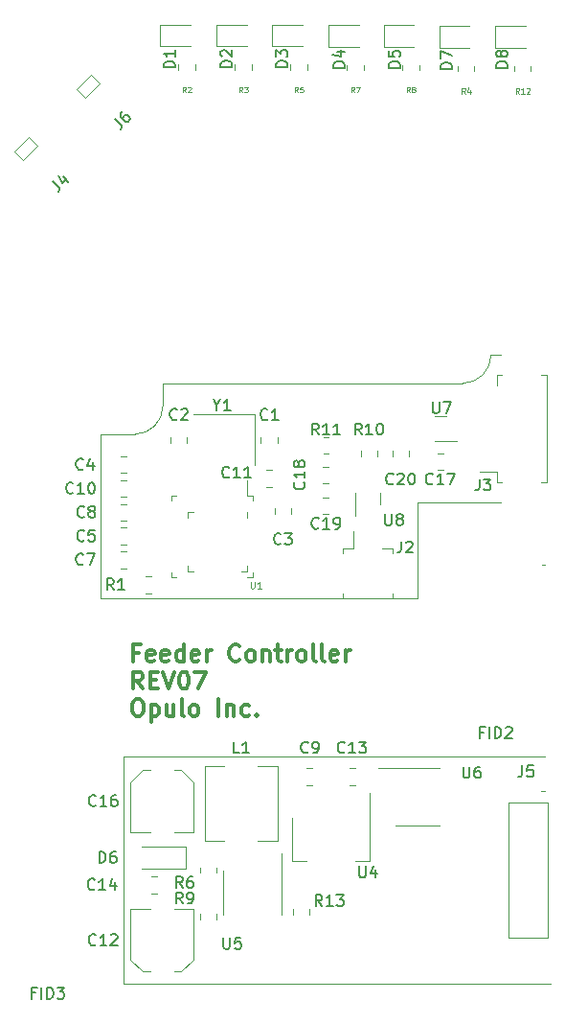
<source format=gbr>
G04 #@! TF.GenerationSoftware,KiCad,Pcbnew,(6.0.1-0)*
G04 #@! TF.CreationDate,2022-08-23T11:47:08-04:00*
G04 #@! TF.ProjectId,mobo,6d6f626f-2e6b-4696-9361-645f70636258,rev?*
G04 #@! TF.SameCoordinates,Original*
G04 #@! TF.FileFunction,Legend,Top*
G04 #@! TF.FilePolarity,Positive*
%FSLAX46Y46*%
G04 Gerber Fmt 4.6, Leading zero omitted, Abs format (unit mm)*
G04 Created by KiCad (PCBNEW (6.0.1-0)) date 2022-08-23 11:47:08*
%MOMM*%
%LPD*%
G01*
G04 APERTURE LIST*
%ADD10C,0.120000*%
%ADD11C,0.300000*%
%ADD12C,0.100000*%
%ADD13C,0.150000*%
G04 APERTURE END LIST*
D10*
X94300000Y-116000000D02*
X132100000Y-116000000D01*
X94300000Y-96000000D02*
X131600000Y-96000000D01*
X124300000Y-63000000D02*
G75*
G03*
X126800000Y-60500000I0J2500000D01*
G01*
X131200000Y-99000000D02*
X131600000Y-99000000D01*
X127700000Y-73500000D02*
X120300000Y-73500000D01*
X97800000Y-63000000D02*
X97800000Y-65000000D01*
X127700000Y-60500000D02*
X126800000Y-60500000D01*
X95300000Y-67500000D02*
G75*
G03*
X97800000Y-65000000I0J2500000D01*
G01*
X92300000Y-82000000D02*
X92300000Y-67500000D01*
X94300000Y-116000000D02*
X94300000Y-96000000D01*
X104300000Y-96000000D02*
X112300000Y-96000000D01*
X95300000Y-67500000D02*
X92300000Y-67500000D01*
X120300000Y-82000000D02*
X92300000Y-82000000D01*
X124300000Y-63000000D02*
X97800000Y-63000000D01*
X120300000Y-82000000D02*
X120300000Y-73500000D01*
X131300000Y-79000000D02*
X131600000Y-79000000D01*
D11*
X95652142Y-86777857D02*
X95152142Y-86777857D01*
X95152142Y-87563571D02*
X95152142Y-86063571D01*
X95866428Y-86063571D01*
X97009285Y-87492142D02*
X96866428Y-87563571D01*
X96580714Y-87563571D01*
X96437857Y-87492142D01*
X96366428Y-87349285D01*
X96366428Y-86777857D01*
X96437857Y-86635000D01*
X96580714Y-86563571D01*
X96866428Y-86563571D01*
X97009285Y-86635000D01*
X97080714Y-86777857D01*
X97080714Y-86920714D01*
X96366428Y-87063571D01*
X98295000Y-87492142D02*
X98152142Y-87563571D01*
X97866428Y-87563571D01*
X97723571Y-87492142D01*
X97652142Y-87349285D01*
X97652142Y-86777857D01*
X97723571Y-86635000D01*
X97866428Y-86563571D01*
X98152142Y-86563571D01*
X98295000Y-86635000D01*
X98366428Y-86777857D01*
X98366428Y-86920714D01*
X97652142Y-87063571D01*
X99652142Y-87563571D02*
X99652142Y-86063571D01*
X99652142Y-87492142D02*
X99509285Y-87563571D01*
X99223571Y-87563571D01*
X99080714Y-87492142D01*
X99009285Y-87420714D01*
X98937857Y-87277857D01*
X98937857Y-86849285D01*
X99009285Y-86706428D01*
X99080714Y-86635000D01*
X99223571Y-86563571D01*
X99509285Y-86563571D01*
X99652142Y-86635000D01*
X100937857Y-87492142D02*
X100795000Y-87563571D01*
X100509285Y-87563571D01*
X100366428Y-87492142D01*
X100295000Y-87349285D01*
X100295000Y-86777857D01*
X100366428Y-86635000D01*
X100509285Y-86563571D01*
X100795000Y-86563571D01*
X100937857Y-86635000D01*
X101009285Y-86777857D01*
X101009285Y-86920714D01*
X100295000Y-87063571D01*
X101652142Y-87563571D02*
X101652142Y-86563571D01*
X101652142Y-86849285D02*
X101723571Y-86706428D01*
X101795000Y-86635000D01*
X101937857Y-86563571D01*
X102080714Y-86563571D01*
X104580714Y-87420714D02*
X104509285Y-87492142D01*
X104295000Y-87563571D01*
X104152142Y-87563571D01*
X103937857Y-87492142D01*
X103795000Y-87349285D01*
X103723571Y-87206428D01*
X103652142Y-86920714D01*
X103652142Y-86706428D01*
X103723571Y-86420714D01*
X103795000Y-86277857D01*
X103937857Y-86135000D01*
X104152142Y-86063571D01*
X104295000Y-86063571D01*
X104509285Y-86135000D01*
X104580714Y-86206428D01*
X105437857Y-87563571D02*
X105295000Y-87492142D01*
X105223571Y-87420714D01*
X105152142Y-87277857D01*
X105152142Y-86849285D01*
X105223571Y-86706428D01*
X105295000Y-86635000D01*
X105437857Y-86563571D01*
X105652142Y-86563571D01*
X105795000Y-86635000D01*
X105866428Y-86706428D01*
X105937857Y-86849285D01*
X105937857Y-87277857D01*
X105866428Y-87420714D01*
X105795000Y-87492142D01*
X105652142Y-87563571D01*
X105437857Y-87563571D01*
X106580714Y-86563571D02*
X106580714Y-87563571D01*
X106580714Y-86706428D02*
X106652142Y-86635000D01*
X106795000Y-86563571D01*
X107009285Y-86563571D01*
X107152142Y-86635000D01*
X107223571Y-86777857D01*
X107223571Y-87563571D01*
X107723571Y-86563571D02*
X108295000Y-86563571D01*
X107937857Y-86063571D02*
X107937857Y-87349285D01*
X108009285Y-87492142D01*
X108152142Y-87563571D01*
X108295000Y-87563571D01*
X108795000Y-87563571D02*
X108795000Y-86563571D01*
X108795000Y-86849285D02*
X108866428Y-86706428D01*
X108937857Y-86635000D01*
X109080714Y-86563571D01*
X109223571Y-86563571D01*
X109937857Y-87563571D02*
X109795000Y-87492142D01*
X109723571Y-87420714D01*
X109652142Y-87277857D01*
X109652142Y-86849285D01*
X109723571Y-86706428D01*
X109795000Y-86635000D01*
X109937857Y-86563571D01*
X110152142Y-86563571D01*
X110295000Y-86635000D01*
X110366428Y-86706428D01*
X110437857Y-86849285D01*
X110437857Y-87277857D01*
X110366428Y-87420714D01*
X110295000Y-87492142D01*
X110152142Y-87563571D01*
X109937857Y-87563571D01*
X111295000Y-87563571D02*
X111152142Y-87492142D01*
X111080714Y-87349285D01*
X111080714Y-86063571D01*
X112080714Y-87563571D02*
X111937857Y-87492142D01*
X111866428Y-87349285D01*
X111866428Y-86063571D01*
X113223571Y-87492142D02*
X113080714Y-87563571D01*
X112795000Y-87563571D01*
X112652142Y-87492142D01*
X112580714Y-87349285D01*
X112580714Y-86777857D01*
X112652142Y-86635000D01*
X112795000Y-86563571D01*
X113080714Y-86563571D01*
X113223571Y-86635000D01*
X113295000Y-86777857D01*
X113295000Y-86920714D01*
X112580714Y-87063571D01*
X113937857Y-87563571D02*
X113937857Y-86563571D01*
X113937857Y-86849285D02*
X114009285Y-86706428D01*
X114080714Y-86635000D01*
X114223571Y-86563571D01*
X114366428Y-86563571D01*
X96009285Y-89978571D02*
X95509285Y-89264285D01*
X95152142Y-89978571D02*
X95152142Y-88478571D01*
X95723571Y-88478571D01*
X95866428Y-88550000D01*
X95937857Y-88621428D01*
X96009285Y-88764285D01*
X96009285Y-88978571D01*
X95937857Y-89121428D01*
X95866428Y-89192857D01*
X95723571Y-89264285D01*
X95152142Y-89264285D01*
X96652142Y-89192857D02*
X97152142Y-89192857D01*
X97366428Y-89978571D02*
X96652142Y-89978571D01*
X96652142Y-88478571D01*
X97366428Y-88478571D01*
X97795000Y-88478571D02*
X98295000Y-89978571D01*
X98795000Y-88478571D01*
X99580714Y-88478571D02*
X99723571Y-88478571D01*
X99866428Y-88550000D01*
X99937857Y-88621428D01*
X100009285Y-88764285D01*
X100080714Y-89050000D01*
X100080714Y-89407142D01*
X100009285Y-89692857D01*
X99937857Y-89835714D01*
X99866428Y-89907142D01*
X99723571Y-89978571D01*
X99580714Y-89978571D01*
X99437857Y-89907142D01*
X99366428Y-89835714D01*
X99295000Y-89692857D01*
X99223571Y-89407142D01*
X99223571Y-89050000D01*
X99295000Y-88764285D01*
X99366428Y-88621428D01*
X99437857Y-88550000D01*
X99580714Y-88478571D01*
X100580714Y-88478571D02*
X101580714Y-88478571D01*
X100937857Y-89978571D01*
X95437857Y-90893571D02*
X95723571Y-90893571D01*
X95866428Y-90965000D01*
X96009285Y-91107857D01*
X96080714Y-91393571D01*
X96080714Y-91893571D01*
X96009285Y-92179285D01*
X95866428Y-92322142D01*
X95723571Y-92393571D01*
X95437857Y-92393571D01*
X95295000Y-92322142D01*
X95152142Y-92179285D01*
X95080714Y-91893571D01*
X95080714Y-91393571D01*
X95152142Y-91107857D01*
X95295000Y-90965000D01*
X95437857Y-90893571D01*
X96723571Y-91393571D02*
X96723571Y-92893571D01*
X96723571Y-91465000D02*
X96866428Y-91393571D01*
X97152142Y-91393571D01*
X97295000Y-91465000D01*
X97366428Y-91536428D01*
X97437857Y-91679285D01*
X97437857Y-92107857D01*
X97366428Y-92250714D01*
X97295000Y-92322142D01*
X97152142Y-92393571D01*
X96866428Y-92393571D01*
X96723571Y-92322142D01*
X98723571Y-91393571D02*
X98723571Y-92393571D01*
X98080714Y-91393571D02*
X98080714Y-92179285D01*
X98152142Y-92322142D01*
X98295000Y-92393571D01*
X98509285Y-92393571D01*
X98652142Y-92322142D01*
X98723571Y-92250714D01*
X99652142Y-92393571D02*
X99509285Y-92322142D01*
X99437857Y-92179285D01*
X99437857Y-90893571D01*
X100437857Y-92393571D02*
X100295000Y-92322142D01*
X100223571Y-92250714D01*
X100152142Y-92107857D01*
X100152142Y-91679285D01*
X100223571Y-91536428D01*
X100295000Y-91465000D01*
X100437857Y-91393571D01*
X100652142Y-91393571D01*
X100795000Y-91465000D01*
X100866428Y-91536428D01*
X100937857Y-91679285D01*
X100937857Y-92107857D01*
X100866428Y-92250714D01*
X100795000Y-92322142D01*
X100652142Y-92393571D01*
X100437857Y-92393571D01*
X102723571Y-92393571D02*
X102723571Y-90893571D01*
X103437857Y-91393571D02*
X103437857Y-92393571D01*
X103437857Y-91536428D02*
X103509285Y-91465000D01*
X103652142Y-91393571D01*
X103866428Y-91393571D01*
X104009285Y-91465000D01*
X104080714Y-91607857D01*
X104080714Y-92393571D01*
X105437857Y-92322142D02*
X105295000Y-92393571D01*
X105009285Y-92393571D01*
X104866428Y-92322142D01*
X104795000Y-92250714D01*
X104723571Y-92107857D01*
X104723571Y-91679285D01*
X104795000Y-91536428D01*
X104866428Y-91465000D01*
X105009285Y-91393571D01*
X105295000Y-91393571D01*
X105437857Y-91465000D01*
X106080714Y-92250714D02*
X106152142Y-92322142D01*
X106080714Y-92393571D01*
X106009285Y-92322142D01*
X106080714Y-92250714D01*
X106080714Y-92393571D01*
D12*
X119616666Y-37326190D02*
X119450000Y-37088095D01*
X119330952Y-37326190D02*
X119330952Y-36826190D01*
X119521428Y-36826190D01*
X119569047Y-36850000D01*
X119592857Y-36873809D01*
X119616666Y-36921428D01*
X119616666Y-36992857D01*
X119592857Y-37040476D01*
X119569047Y-37064285D01*
X119521428Y-37088095D01*
X119330952Y-37088095D01*
X119902380Y-37040476D02*
X119854761Y-37016666D01*
X119830952Y-36992857D01*
X119807142Y-36945238D01*
X119807142Y-36921428D01*
X119830952Y-36873809D01*
X119854761Y-36850000D01*
X119902380Y-36826190D01*
X119997619Y-36826190D01*
X120045238Y-36850000D01*
X120069047Y-36873809D01*
X120092857Y-36921428D01*
X120092857Y-36945238D01*
X120069047Y-36992857D01*
X120045238Y-37016666D01*
X119997619Y-37040476D01*
X119902380Y-37040476D01*
X119854761Y-37064285D01*
X119830952Y-37088095D01*
X119807142Y-37135714D01*
X119807142Y-37230952D01*
X119830952Y-37278571D01*
X119854761Y-37302380D01*
X119902380Y-37326190D01*
X119997619Y-37326190D01*
X120045238Y-37302380D01*
X120069047Y-37278571D01*
X120092857Y-37230952D01*
X120092857Y-37135714D01*
X120069047Y-37088095D01*
X120045238Y-37064285D01*
X119997619Y-37040476D01*
D13*
X99533333Y-108952380D02*
X99200000Y-108476190D01*
X98961904Y-108952380D02*
X98961904Y-107952380D01*
X99342857Y-107952380D01*
X99438095Y-108000000D01*
X99485714Y-108047619D01*
X99533333Y-108142857D01*
X99533333Y-108285714D01*
X99485714Y-108380952D01*
X99438095Y-108428571D01*
X99342857Y-108476190D01*
X98961904Y-108476190D01*
X100009523Y-108952380D02*
X100200000Y-108952380D01*
X100295238Y-108904761D01*
X100342857Y-108857142D01*
X100438095Y-108714285D01*
X100485714Y-108523809D01*
X100485714Y-108142857D01*
X100438095Y-108047619D01*
X100390476Y-108000000D01*
X100295238Y-107952380D01*
X100104761Y-107952380D01*
X100009523Y-108000000D01*
X99961904Y-108047619D01*
X99914285Y-108142857D01*
X99914285Y-108380952D01*
X99961904Y-108476190D01*
X100009523Y-108523809D01*
X100104761Y-108571428D01*
X100295238Y-108571428D01*
X100390476Y-108523809D01*
X100438095Y-108476190D01*
X100485714Y-108380952D01*
X110633333Y-95557142D02*
X110585714Y-95604761D01*
X110442857Y-95652380D01*
X110347619Y-95652380D01*
X110204761Y-95604761D01*
X110109523Y-95509523D01*
X110061904Y-95414285D01*
X110014285Y-95223809D01*
X110014285Y-95080952D01*
X110061904Y-94890476D01*
X110109523Y-94795238D01*
X110204761Y-94700000D01*
X110347619Y-94652380D01*
X110442857Y-94652380D01*
X110585714Y-94700000D01*
X110633333Y-94747619D01*
X111109523Y-95652380D02*
X111300000Y-95652380D01*
X111395238Y-95604761D01*
X111442857Y-95557142D01*
X111538095Y-95414285D01*
X111585714Y-95223809D01*
X111585714Y-94842857D01*
X111538095Y-94747619D01*
X111490476Y-94700000D01*
X111395238Y-94652380D01*
X111204761Y-94652380D01*
X111109523Y-94700000D01*
X111061904Y-94747619D01*
X111014285Y-94842857D01*
X111014285Y-95080952D01*
X111061904Y-95176190D01*
X111109523Y-95223809D01*
X111204761Y-95271428D01*
X111395238Y-95271428D01*
X111490476Y-95223809D01*
X111538095Y-95176190D01*
X111585714Y-95080952D01*
X90733333Y-70557142D02*
X90685714Y-70604761D01*
X90542857Y-70652380D01*
X90447619Y-70652380D01*
X90304761Y-70604761D01*
X90209523Y-70509523D01*
X90161904Y-70414285D01*
X90114285Y-70223809D01*
X90114285Y-70080952D01*
X90161904Y-69890476D01*
X90209523Y-69795238D01*
X90304761Y-69700000D01*
X90447619Y-69652380D01*
X90542857Y-69652380D01*
X90685714Y-69700000D01*
X90733333Y-69747619D01*
X91590476Y-69985714D02*
X91590476Y-70652380D01*
X91352380Y-69604761D02*
X91114285Y-70319047D01*
X91733333Y-70319047D01*
X121638095Y-64652380D02*
X121638095Y-65461904D01*
X121685714Y-65557142D01*
X121733333Y-65604761D01*
X121828571Y-65652380D01*
X122019047Y-65652380D01*
X122114285Y-65604761D01*
X122161904Y-65557142D01*
X122209523Y-65461904D01*
X122209523Y-64652380D01*
X122590476Y-64652380D02*
X123257142Y-64652380D01*
X122828571Y-65652380D01*
X115357142Y-67552380D02*
X115023809Y-67076190D01*
X114785714Y-67552380D02*
X114785714Y-66552380D01*
X115166666Y-66552380D01*
X115261904Y-66600000D01*
X115309523Y-66647619D01*
X115357142Y-66742857D01*
X115357142Y-66885714D01*
X115309523Y-66980952D01*
X115261904Y-67028571D01*
X115166666Y-67076190D01*
X114785714Y-67076190D01*
X116309523Y-67552380D02*
X115738095Y-67552380D01*
X116023809Y-67552380D02*
X116023809Y-66552380D01*
X115928571Y-66695238D01*
X115833333Y-66790476D01*
X115738095Y-66838095D01*
X116928571Y-66552380D02*
X117023809Y-66552380D01*
X117119047Y-66600000D01*
X117166666Y-66647619D01*
X117214285Y-66742857D01*
X117261904Y-66933333D01*
X117261904Y-67171428D01*
X117214285Y-67361904D01*
X117166666Y-67457142D01*
X117119047Y-67504761D01*
X117023809Y-67552380D01*
X116928571Y-67552380D01*
X116833333Y-67504761D01*
X116785714Y-67457142D01*
X116738095Y-67361904D01*
X116690476Y-67171428D01*
X116690476Y-66933333D01*
X116738095Y-66742857D01*
X116785714Y-66647619D01*
X116833333Y-66600000D01*
X116928571Y-66552380D01*
D12*
X105538692Y-80509168D02*
X105538692Y-80994882D01*
X105567263Y-81052025D01*
X105595835Y-81080597D01*
X105652977Y-81109168D01*
X105767263Y-81109168D01*
X105824406Y-81080597D01*
X105852977Y-81052025D01*
X105881549Y-80994882D01*
X105881549Y-80509168D01*
X106481549Y-81109168D02*
X106138692Y-81109168D01*
X106310120Y-81109168D02*
X106310120Y-80509168D01*
X106252977Y-80594882D01*
X106195835Y-80652025D01*
X106138692Y-80680597D01*
X104816666Y-37326190D02*
X104650000Y-37088095D01*
X104530952Y-37326190D02*
X104530952Y-36826190D01*
X104721428Y-36826190D01*
X104769047Y-36850000D01*
X104792857Y-36873809D01*
X104816666Y-36921428D01*
X104816666Y-36992857D01*
X104792857Y-37040476D01*
X104769047Y-37064285D01*
X104721428Y-37088095D01*
X104530952Y-37088095D01*
X104983333Y-36826190D02*
X105292857Y-36826190D01*
X105126190Y-37016666D01*
X105197619Y-37016666D01*
X105245238Y-37040476D01*
X105269047Y-37064285D01*
X105292857Y-37111904D01*
X105292857Y-37230952D01*
X105269047Y-37278571D01*
X105245238Y-37302380D01*
X105197619Y-37326190D01*
X105054761Y-37326190D01*
X105007142Y-37302380D01*
X104983333Y-37278571D01*
D13*
X108802380Y-35088095D02*
X107802380Y-35088095D01*
X107802380Y-34850000D01*
X107850000Y-34707142D01*
X107945238Y-34611904D01*
X108040476Y-34564285D01*
X108230952Y-34516666D01*
X108373809Y-34516666D01*
X108564285Y-34564285D01*
X108659523Y-34611904D01*
X108754761Y-34707142D01*
X108802380Y-34850000D01*
X108802380Y-35088095D01*
X107802380Y-34183333D02*
X107802380Y-33564285D01*
X108183333Y-33897619D01*
X108183333Y-33754761D01*
X108230952Y-33659523D01*
X108278571Y-33611904D01*
X108373809Y-33564285D01*
X108611904Y-33564285D01*
X108707142Y-33611904D01*
X108754761Y-33659523D01*
X108802380Y-33754761D01*
X108802380Y-34040476D01*
X108754761Y-34135714D01*
X108707142Y-34183333D01*
D12*
X99816666Y-37326190D02*
X99650000Y-37088095D01*
X99530952Y-37326190D02*
X99530952Y-36826190D01*
X99721428Y-36826190D01*
X99769047Y-36850000D01*
X99792857Y-36873809D01*
X99816666Y-36921428D01*
X99816666Y-36992857D01*
X99792857Y-37040476D01*
X99769047Y-37064285D01*
X99721428Y-37088095D01*
X99530952Y-37088095D01*
X100007142Y-36873809D02*
X100030952Y-36850000D01*
X100078571Y-36826190D01*
X100197619Y-36826190D01*
X100245238Y-36850000D01*
X100269047Y-36873809D01*
X100292857Y-36921428D01*
X100292857Y-36969047D01*
X100269047Y-37040476D01*
X99983333Y-37326190D01*
X100292857Y-37326190D01*
D13*
X115138095Y-105652380D02*
X115138095Y-106461904D01*
X115185714Y-106557142D01*
X115233333Y-106604761D01*
X115328571Y-106652380D01*
X115519047Y-106652380D01*
X115614285Y-106604761D01*
X115661904Y-106557142D01*
X115709523Y-106461904D01*
X115709523Y-105652380D01*
X116614285Y-105985714D02*
X116614285Y-106652380D01*
X116376190Y-105604761D02*
X116138095Y-106319047D01*
X116757142Y-106319047D01*
X102561549Y-64938095D02*
X102561549Y-65414285D01*
X102228216Y-64414285D02*
X102561549Y-64938095D01*
X102894882Y-64414285D01*
X103752025Y-65414285D02*
X103180597Y-65414285D01*
X103466311Y-65414285D02*
X103466311Y-64414285D01*
X103371073Y-64557143D01*
X103275835Y-64652381D01*
X103180597Y-64700000D01*
X90733333Y-78957142D02*
X90685714Y-79004761D01*
X90542857Y-79052380D01*
X90447619Y-79052380D01*
X90304761Y-79004761D01*
X90209523Y-78909523D01*
X90161904Y-78814285D01*
X90114285Y-78623809D01*
X90114285Y-78480952D01*
X90161904Y-78290476D01*
X90209523Y-78195238D01*
X90304761Y-78100000D01*
X90447619Y-78052380D01*
X90542857Y-78052380D01*
X90685714Y-78100000D01*
X90733333Y-78147619D01*
X91066666Y-78052380D02*
X91733333Y-78052380D01*
X91304761Y-79052380D01*
X99533333Y-107552380D02*
X99200000Y-107076190D01*
X98961904Y-107552380D02*
X98961904Y-106552380D01*
X99342857Y-106552380D01*
X99438095Y-106600000D01*
X99485714Y-106647619D01*
X99533333Y-106742857D01*
X99533333Y-106885714D01*
X99485714Y-106980952D01*
X99438095Y-107028571D01*
X99342857Y-107076190D01*
X98961904Y-107076190D01*
X100390476Y-106552380D02*
X100200000Y-106552380D01*
X100104761Y-106600000D01*
X100057142Y-106647619D01*
X99961904Y-106790476D01*
X99914285Y-106980952D01*
X99914285Y-107361904D01*
X99961904Y-107457142D01*
X100009523Y-107504761D01*
X100104761Y-107552380D01*
X100295238Y-107552380D01*
X100390476Y-107504761D01*
X100438095Y-107457142D01*
X100485714Y-107361904D01*
X100485714Y-107123809D01*
X100438095Y-107028571D01*
X100390476Y-106980952D01*
X100295238Y-106933333D01*
X100104761Y-106933333D01*
X100009523Y-106980952D01*
X99961904Y-107028571D01*
X99914285Y-107123809D01*
D12*
X114716666Y-37326190D02*
X114550000Y-37088095D01*
X114430952Y-37326190D02*
X114430952Y-36826190D01*
X114621428Y-36826190D01*
X114669047Y-36850000D01*
X114692857Y-36873809D01*
X114716666Y-36921428D01*
X114716666Y-36992857D01*
X114692857Y-37040476D01*
X114669047Y-37064285D01*
X114621428Y-37088095D01*
X114430952Y-37088095D01*
X114883333Y-36826190D02*
X115216666Y-36826190D01*
X115002380Y-37326190D01*
X129278571Y-37426190D02*
X129111904Y-37188095D01*
X128992857Y-37426190D02*
X128992857Y-36926190D01*
X129183333Y-36926190D01*
X129230952Y-36950000D01*
X129254761Y-36973809D01*
X129278571Y-37021428D01*
X129278571Y-37092857D01*
X129254761Y-37140476D01*
X129230952Y-37164285D01*
X129183333Y-37188095D01*
X128992857Y-37188095D01*
X129754761Y-37426190D02*
X129469047Y-37426190D01*
X129611904Y-37426190D02*
X129611904Y-36926190D01*
X129564285Y-36997619D01*
X129516666Y-37045238D01*
X129469047Y-37069047D01*
X129945238Y-36973809D02*
X129969047Y-36950000D01*
X130016666Y-36926190D01*
X130135714Y-36926190D01*
X130183333Y-36950000D01*
X130207142Y-36973809D01*
X130230952Y-37021428D01*
X130230952Y-37069047D01*
X130207142Y-37140476D01*
X129921428Y-37426190D01*
X130230952Y-37426190D01*
D13*
X91857142Y-112557142D02*
X91809523Y-112604761D01*
X91666666Y-112652380D01*
X91571428Y-112652380D01*
X91428571Y-112604761D01*
X91333333Y-112509523D01*
X91285714Y-112414285D01*
X91238095Y-112223809D01*
X91238095Y-112080952D01*
X91285714Y-111890476D01*
X91333333Y-111795238D01*
X91428571Y-111700000D01*
X91571428Y-111652380D01*
X91666666Y-111652380D01*
X91809523Y-111700000D01*
X91857142Y-111747619D01*
X92809523Y-112652380D02*
X92238095Y-112652380D01*
X92523809Y-112652380D02*
X92523809Y-111652380D01*
X92428571Y-111795238D01*
X92333333Y-111890476D01*
X92238095Y-111938095D01*
X93190476Y-111747619D02*
X93238095Y-111700000D01*
X93333333Y-111652380D01*
X93571428Y-111652380D01*
X93666666Y-111700000D01*
X93714285Y-111747619D01*
X93761904Y-111842857D01*
X93761904Y-111938095D01*
X93714285Y-112080952D01*
X93142857Y-112652380D01*
X93761904Y-112652380D01*
X91857142Y-100257142D02*
X91809523Y-100304761D01*
X91666666Y-100352380D01*
X91571428Y-100352380D01*
X91428571Y-100304761D01*
X91333333Y-100209523D01*
X91285714Y-100114285D01*
X91238095Y-99923809D01*
X91238095Y-99780952D01*
X91285714Y-99590476D01*
X91333333Y-99495238D01*
X91428571Y-99400000D01*
X91571428Y-99352380D01*
X91666666Y-99352380D01*
X91809523Y-99400000D01*
X91857142Y-99447619D01*
X92809523Y-100352380D02*
X92238095Y-100352380D01*
X92523809Y-100352380D02*
X92523809Y-99352380D01*
X92428571Y-99495238D01*
X92333333Y-99590476D01*
X92238095Y-99638095D01*
X93666666Y-99352380D02*
X93476190Y-99352380D01*
X93380952Y-99400000D01*
X93333333Y-99447619D01*
X93238095Y-99590476D01*
X93190476Y-99780952D01*
X93190476Y-100161904D01*
X93238095Y-100257142D01*
X93285714Y-100304761D01*
X93380952Y-100352380D01*
X93571428Y-100352380D01*
X93666666Y-100304761D01*
X93714285Y-100257142D01*
X93761904Y-100161904D01*
X93761904Y-99923809D01*
X93714285Y-99828571D01*
X93666666Y-99780952D01*
X93571428Y-99733333D01*
X93380952Y-99733333D01*
X93285714Y-99780952D01*
X93238095Y-99828571D01*
X93190476Y-99923809D01*
X111557142Y-75757142D02*
X111509523Y-75804761D01*
X111366666Y-75852380D01*
X111271428Y-75852380D01*
X111128571Y-75804761D01*
X111033333Y-75709523D01*
X110985714Y-75614285D01*
X110938095Y-75423809D01*
X110938095Y-75280952D01*
X110985714Y-75090476D01*
X111033333Y-74995238D01*
X111128571Y-74900000D01*
X111271428Y-74852380D01*
X111366666Y-74852380D01*
X111509523Y-74900000D01*
X111557142Y-74947619D01*
X112509523Y-75852380D02*
X111938095Y-75852380D01*
X112223809Y-75852380D02*
X112223809Y-74852380D01*
X112128571Y-74995238D01*
X112033333Y-75090476D01*
X111938095Y-75138095D01*
X112985714Y-75852380D02*
X113176190Y-75852380D01*
X113271428Y-75804761D01*
X113319047Y-75757142D01*
X113414285Y-75614285D01*
X113461904Y-75423809D01*
X113461904Y-75042857D01*
X113414285Y-74947619D01*
X113366666Y-74900000D01*
X113271428Y-74852380D01*
X113080952Y-74852380D01*
X112985714Y-74900000D01*
X112938095Y-74947619D01*
X112890476Y-75042857D01*
X112890476Y-75280952D01*
X112938095Y-75376190D01*
X112985714Y-75423809D01*
X113080952Y-75471428D01*
X113271428Y-75471428D01*
X113366666Y-75423809D01*
X113414285Y-75376190D01*
X113461904Y-75280952D01*
X126128571Y-93828571D02*
X125795238Y-93828571D01*
X125795238Y-94352380D02*
X125795238Y-93352380D01*
X126271428Y-93352380D01*
X126652380Y-94352380D02*
X126652380Y-93352380D01*
X127128571Y-94352380D02*
X127128571Y-93352380D01*
X127366666Y-93352380D01*
X127509523Y-93400000D01*
X127604761Y-93495238D01*
X127652380Y-93590476D01*
X127700000Y-93780952D01*
X127700000Y-93923809D01*
X127652380Y-94114285D01*
X127604761Y-94209523D01*
X127509523Y-94304761D01*
X127366666Y-94352380D01*
X127128571Y-94352380D01*
X128080952Y-93447619D02*
X128128571Y-93400000D01*
X128223809Y-93352380D01*
X128461904Y-93352380D01*
X128557142Y-93400000D01*
X128604761Y-93447619D01*
X128652380Y-93542857D01*
X128652380Y-93638095D01*
X128604761Y-93780952D01*
X128033333Y-94352380D01*
X128652380Y-94352380D01*
D12*
X124516666Y-37426190D02*
X124350000Y-37188095D01*
X124230952Y-37426190D02*
X124230952Y-36926190D01*
X124421428Y-36926190D01*
X124469047Y-36950000D01*
X124492857Y-36973809D01*
X124516666Y-37021428D01*
X124516666Y-37092857D01*
X124492857Y-37140476D01*
X124469047Y-37164285D01*
X124421428Y-37188095D01*
X124230952Y-37188095D01*
X124945238Y-37092857D02*
X124945238Y-37426190D01*
X124826190Y-36902380D02*
X124707142Y-37259523D01*
X125016666Y-37259523D01*
D13*
X108233333Y-77157142D02*
X108185714Y-77204761D01*
X108042857Y-77252380D01*
X107947619Y-77252380D01*
X107804761Y-77204761D01*
X107709523Y-77109523D01*
X107661904Y-77014285D01*
X107614285Y-76823809D01*
X107614285Y-76680952D01*
X107661904Y-76490476D01*
X107709523Y-76395238D01*
X107804761Y-76300000D01*
X107947619Y-76252380D01*
X108042857Y-76252380D01*
X108185714Y-76300000D01*
X108233333Y-76347619D01*
X108566666Y-76252380D02*
X109185714Y-76252380D01*
X108852380Y-76633333D01*
X108995238Y-76633333D01*
X109090476Y-76680952D01*
X109138095Y-76728571D01*
X109185714Y-76823809D01*
X109185714Y-77061904D01*
X109138095Y-77157142D01*
X109090476Y-77204761D01*
X108995238Y-77252380D01*
X108709523Y-77252380D01*
X108614285Y-77204761D01*
X108566666Y-77157142D01*
X93577072Y-39648477D02*
X94082148Y-40153553D01*
X94149492Y-40288240D01*
X94149492Y-40422927D01*
X94082148Y-40557614D01*
X94014805Y-40624957D01*
X94216835Y-39008713D02*
X94082148Y-39143400D01*
X94048477Y-39244416D01*
X94048477Y-39311759D01*
X94082148Y-39480118D01*
X94183164Y-39648477D01*
X94452538Y-39917851D01*
X94553553Y-39951522D01*
X94620896Y-39951522D01*
X94721912Y-39917851D01*
X94856599Y-39783164D01*
X94890270Y-39682148D01*
X94890270Y-39614805D01*
X94856599Y-39513790D01*
X94688240Y-39345431D01*
X94587225Y-39311759D01*
X94519881Y-39311759D01*
X94418866Y-39345431D01*
X94284179Y-39480118D01*
X94250507Y-39581133D01*
X94250507Y-39648477D01*
X94284179Y-39749492D01*
X91757142Y-107657142D02*
X91709523Y-107704761D01*
X91566666Y-107752380D01*
X91471428Y-107752380D01*
X91328571Y-107704761D01*
X91233333Y-107609523D01*
X91185714Y-107514285D01*
X91138095Y-107323809D01*
X91138095Y-107180952D01*
X91185714Y-106990476D01*
X91233333Y-106895238D01*
X91328571Y-106800000D01*
X91471428Y-106752380D01*
X91566666Y-106752380D01*
X91709523Y-106800000D01*
X91757142Y-106847619D01*
X92709523Y-107752380D02*
X92138095Y-107752380D01*
X92423809Y-107752380D02*
X92423809Y-106752380D01*
X92328571Y-106895238D01*
X92233333Y-106990476D01*
X92138095Y-107038095D01*
X93566666Y-107085714D02*
X93566666Y-107752380D01*
X93328571Y-106704761D02*
X93090476Y-107419047D01*
X93709523Y-107419047D01*
X117438095Y-74552380D02*
X117438095Y-75361904D01*
X117485714Y-75457142D01*
X117533333Y-75504761D01*
X117628571Y-75552380D01*
X117819047Y-75552380D01*
X117914285Y-75504761D01*
X117961904Y-75457142D01*
X118009523Y-75361904D01*
X118009523Y-74552380D01*
X118628571Y-74980952D02*
X118533333Y-74933333D01*
X118485714Y-74885714D01*
X118438095Y-74790476D01*
X118438095Y-74742857D01*
X118485714Y-74647619D01*
X118533333Y-74600000D01*
X118628571Y-74552380D01*
X118819047Y-74552380D01*
X118914285Y-74600000D01*
X118961904Y-74647619D01*
X119009523Y-74742857D01*
X119009523Y-74790476D01*
X118961904Y-74885714D01*
X118914285Y-74933333D01*
X118819047Y-74980952D01*
X118628571Y-74980952D01*
X118533333Y-75028571D01*
X118485714Y-75076190D01*
X118438095Y-75171428D01*
X118438095Y-75361904D01*
X118485714Y-75457142D01*
X118533333Y-75504761D01*
X118628571Y-75552380D01*
X118819047Y-75552380D01*
X118914285Y-75504761D01*
X118961904Y-75457142D01*
X119009523Y-75361904D01*
X119009523Y-75171428D01*
X118961904Y-75076190D01*
X118914285Y-75028571D01*
X118819047Y-74980952D01*
X125766666Y-71452380D02*
X125766666Y-72166666D01*
X125719047Y-72309523D01*
X125623809Y-72404761D01*
X125480952Y-72452380D01*
X125385714Y-72452380D01*
X126147619Y-71452380D02*
X126766666Y-71452380D01*
X126433333Y-71833333D01*
X126576190Y-71833333D01*
X126671428Y-71880952D01*
X126719047Y-71928571D01*
X126766666Y-72023809D01*
X126766666Y-72261904D01*
X126719047Y-72357142D01*
X126671428Y-72404761D01*
X126576190Y-72452380D01*
X126290476Y-72452380D01*
X126195238Y-72404761D01*
X126147619Y-72357142D01*
X113857142Y-95557142D02*
X113809523Y-95604761D01*
X113666666Y-95652380D01*
X113571428Y-95652380D01*
X113428571Y-95604761D01*
X113333333Y-95509523D01*
X113285714Y-95414285D01*
X113238095Y-95223809D01*
X113238095Y-95080952D01*
X113285714Y-94890476D01*
X113333333Y-94795238D01*
X113428571Y-94700000D01*
X113571428Y-94652380D01*
X113666666Y-94652380D01*
X113809523Y-94700000D01*
X113857142Y-94747619D01*
X114809523Y-95652380D02*
X114238095Y-95652380D01*
X114523809Y-95652380D02*
X114523809Y-94652380D01*
X114428571Y-94795238D01*
X114333333Y-94890476D01*
X114238095Y-94938095D01*
X115142857Y-94652380D02*
X115761904Y-94652380D01*
X115428571Y-95033333D01*
X115571428Y-95033333D01*
X115666666Y-95080952D01*
X115714285Y-95128571D01*
X115761904Y-95223809D01*
X115761904Y-95461904D01*
X115714285Y-95557142D01*
X115666666Y-95604761D01*
X115571428Y-95652380D01*
X115285714Y-95652380D01*
X115190476Y-95604761D01*
X115142857Y-95557142D01*
X90833333Y-76857142D02*
X90785714Y-76904761D01*
X90642857Y-76952380D01*
X90547619Y-76952380D01*
X90404761Y-76904761D01*
X90309523Y-76809523D01*
X90261904Y-76714285D01*
X90214285Y-76523809D01*
X90214285Y-76380952D01*
X90261904Y-76190476D01*
X90309523Y-76095238D01*
X90404761Y-76000000D01*
X90547619Y-75952380D01*
X90642857Y-75952380D01*
X90785714Y-76000000D01*
X90833333Y-76047619D01*
X91738095Y-75952380D02*
X91261904Y-75952380D01*
X91214285Y-76428571D01*
X91261904Y-76380952D01*
X91357142Y-76333333D01*
X91595238Y-76333333D01*
X91690476Y-76380952D01*
X91738095Y-76428571D01*
X91785714Y-76523809D01*
X91785714Y-76761904D01*
X91738095Y-76857142D01*
X91690476Y-76904761D01*
X91595238Y-76952380D01*
X91357142Y-76952380D01*
X91261904Y-76904761D01*
X91214285Y-76857142D01*
X111557142Y-67552380D02*
X111223809Y-67076190D01*
X110985714Y-67552380D02*
X110985714Y-66552380D01*
X111366666Y-66552380D01*
X111461904Y-66600000D01*
X111509523Y-66647619D01*
X111557142Y-66742857D01*
X111557142Y-66885714D01*
X111509523Y-66980952D01*
X111461904Y-67028571D01*
X111366666Y-67076190D01*
X110985714Y-67076190D01*
X112509523Y-67552380D02*
X111938095Y-67552380D01*
X112223809Y-67552380D02*
X112223809Y-66552380D01*
X112128571Y-66695238D01*
X112033333Y-66790476D01*
X111938095Y-66838095D01*
X113461904Y-67552380D02*
X112890476Y-67552380D01*
X113176190Y-67552380D02*
X113176190Y-66552380D01*
X113080952Y-66695238D01*
X112985714Y-66790476D01*
X112890476Y-66838095D01*
X123352380Y-35238095D02*
X122352380Y-35238095D01*
X122352380Y-35000000D01*
X122400000Y-34857142D01*
X122495238Y-34761904D01*
X122590476Y-34714285D01*
X122780952Y-34666666D01*
X122923809Y-34666666D01*
X123114285Y-34714285D01*
X123209523Y-34761904D01*
X123304761Y-34857142D01*
X123352380Y-35000000D01*
X123352380Y-35238095D01*
X122352380Y-34333333D02*
X122352380Y-33666666D01*
X123352380Y-34095238D01*
X110257142Y-71742857D02*
X110304761Y-71790476D01*
X110352380Y-71933333D01*
X110352380Y-72028571D01*
X110304761Y-72171428D01*
X110209523Y-72266666D01*
X110114285Y-72314285D01*
X109923809Y-72361904D01*
X109780952Y-72361904D01*
X109590476Y-72314285D01*
X109495238Y-72266666D01*
X109400000Y-72171428D01*
X109352380Y-72028571D01*
X109352380Y-71933333D01*
X109400000Y-71790476D01*
X109447619Y-71742857D01*
X110352380Y-70790476D02*
X110352380Y-71361904D01*
X110352380Y-71076190D02*
X109352380Y-71076190D01*
X109495238Y-71171428D01*
X109590476Y-71266666D01*
X109638095Y-71361904D01*
X109780952Y-70219047D02*
X109733333Y-70314285D01*
X109685714Y-70361904D01*
X109590476Y-70409523D01*
X109542857Y-70409523D01*
X109447619Y-70361904D01*
X109400000Y-70314285D01*
X109352380Y-70219047D01*
X109352380Y-70028571D01*
X109400000Y-69933333D01*
X109447619Y-69885714D01*
X109542857Y-69838095D01*
X109590476Y-69838095D01*
X109685714Y-69885714D01*
X109733333Y-69933333D01*
X109780952Y-70028571D01*
X109780952Y-70219047D01*
X109828571Y-70314285D01*
X109876190Y-70361904D01*
X109971428Y-70409523D01*
X110161904Y-70409523D01*
X110257142Y-70361904D01*
X110304761Y-70314285D01*
X110352380Y-70219047D01*
X110352380Y-70028571D01*
X110304761Y-69933333D01*
X110257142Y-69885714D01*
X110161904Y-69838095D01*
X109971428Y-69838095D01*
X109876190Y-69885714D01*
X109828571Y-69933333D01*
X109780952Y-70028571D01*
X103902380Y-35088095D02*
X102902380Y-35088095D01*
X102902380Y-34850000D01*
X102950000Y-34707142D01*
X103045238Y-34611904D01*
X103140476Y-34564285D01*
X103330952Y-34516666D01*
X103473809Y-34516666D01*
X103664285Y-34564285D01*
X103759523Y-34611904D01*
X103854761Y-34707142D01*
X103902380Y-34850000D01*
X103902380Y-35088095D01*
X102997619Y-34135714D02*
X102950000Y-34088095D01*
X102902380Y-33992857D01*
X102902380Y-33754761D01*
X102950000Y-33659523D01*
X102997619Y-33611904D01*
X103092857Y-33564285D01*
X103188095Y-33564285D01*
X103330952Y-33611904D01*
X103902380Y-34183333D01*
X103902380Y-33564285D01*
X118866666Y-76952380D02*
X118866666Y-77666666D01*
X118819047Y-77809523D01*
X118723809Y-77904761D01*
X118580952Y-77952380D01*
X118485714Y-77952380D01*
X119295238Y-77047619D02*
X119342857Y-77000000D01*
X119438095Y-76952380D01*
X119676190Y-76952380D01*
X119771428Y-77000000D01*
X119819047Y-77047619D01*
X119866666Y-77142857D01*
X119866666Y-77238095D01*
X119819047Y-77380952D01*
X119247619Y-77952380D01*
X119866666Y-77952380D01*
X124338095Y-96852380D02*
X124338095Y-97661904D01*
X124385714Y-97757142D01*
X124433333Y-97804761D01*
X124528571Y-97852380D01*
X124719047Y-97852380D01*
X124814285Y-97804761D01*
X124861904Y-97757142D01*
X124909523Y-97661904D01*
X124909523Y-96852380D01*
X125814285Y-96852380D02*
X125623809Y-96852380D01*
X125528571Y-96900000D01*
X125480952Y-96947619D01*
X125385714Y-97090476D01*
X125338095Y-97280952D01*
X125338095Y-97661904D01*
X125385714Y-97757142D01*
X125433333Y-97804761D01*
X125528571Y-97852380D01*
X125719047Y-97852380D01*
X125814285Y-97804761D01*
X125861904Y-97757142D01*
X125909523Y-97661904D01*
X125909523Y-97423809D01*
X125861904Y-97328571D01*
X125814285Y-97280952D01*
X125719047Y-97233333D01*
X125528571Y-97233333D01*
X125433333Y-97280952D01*
X125385714Y-97328571D01*
X125338095Y-97423809D01*
X93433333Y-81252380D02*
X93100000Y-80776190D01*
X92861904Y-81252380D02*
X92861904Y-80252380D01*
X93242857Y-80252380D01*
X93338095Y-80300000D01*
X93385714Y-80347619D01*
X93433333Y-80442857D01*
X93433333Y-80585714D01*
X93385714Y-80680952D01*
X93338095Y-80728571D01*
X93242857Y-80776190D01*
X92861904Y-80776190D01*
X94385714Y-81252380D02*
X93814285Y-81252380D01*
X94100000Y-81252380D02*
X94100000Y-80252380D01*
X94004761Y-80395238D01*
X93909523Y-80490476D01*
X93814285Y-80538095D01*
X103657142Y-71257142D02*
X103609523Y-71304761D01*
X103466666Y-71352380D01*
X103371428Y-71352380D01*
X103228571Y-71304761D01*
X103133333Y-71209523D01*
X103085714Y-71114285D01*
X103038095Y-70923809D01*
X103038095Y-70780952D01*
X103085714Y-70590476D01*
X103133333Y-70495238D01*
X103228571Y-70400000D01*
X103371428Y-70352380D01*
X103466666Y-70352380D01*
X103609523Y-70400000D01*
X103657142Y-70447619D01*
X104609523Y-71352380D02*
X104038095Y-71352380D01*
X104323809Y-71352380D02*
X104323809Y-70352380D01*
X104228571Y-70495238D01*
X104133333Y-70590476D01*
X104038095Y-70638095D01*
X105561904Y-71352380D02*
X104990476Y-71352380D01*
X105276190Y-71352380D02*
X105276190Y-70352380D01*
X105180952Y-70495238D01*
X105085714Y-70590476D01*
X104990476Y-70638095D01*
X104533333Y-95652380D02*
X104057142Y-95652380D01*
X104057142Y-94652380D01*
X105390476Y-95652380D02*
X104819047Y-95652380D01*
X105104761Y-95652380D02*
X105104761Y-94652380D01*
X105009523Y-94795238D01*
X104914285Y-94890476D01*
X104819047Y-94938095D01*
X121657142Y-71857142D02*
X121609523Y-71904761D01*
X121466666Y-71952380D01*
X121371428Y-71952380D01*
X121228571Y-71904761D01*
X121133333Y-71809523D01*
X121085714Y-71714285D01*
X121038095Y-71523809D01*
X121038095Y-71380952D01*
X121085714Y-71190476D01*
X121133333Y-71095238D01*
X121228571Y-71000000D01*
X121371428Y-70952380D01*
X121466666Y-70952380D01*
X121609523Y-71000000D01*
X121657142Y-71047619D01*
X122609523Y-71952380D02*
X122038095Y-71952380D01*
X122323809Y-71952380D02*
X122323809Y-70952380D01*
X122228571Y-71095238D01*
X122133333Y-71190476D01*
X122038095Y-71238095D01*
X122942857Y-70952380D02*
X123609523Y-70952380D01*
X123180952Y-71952380D01*
X98852380Y-35125595D02*
X97852380Y-35125595D01*
X97852380Y-34887500D01*
X97900000Y-34744642D01*
X97995238Y-34649404D01*
X98090476Y-34601785D01*
X98280952Y-34554166D01*
X98423809Y-34554166D01*
X98614285Y-34601785D01*
X98709523Y-34649404D01*
X98804761Y-34744642D01*
X98852380Y-34887500D01*
X98852380Y-35125595D01*
X98852380Y-33601785D02*
X98852380Y-34173214D01*
X98852380Y-33887500D02*
X97852380Y-33887500D01*
X97995238Y-33982738D01*
X98090476Y-34077976D01*
X98138095Y-34173214D01*
X107033333Y-66157142D02*
X106985714Y-66204761D01*
X106842857Y-66252380D01*
X106747619Y-66252380D01*
X106604761Y-66204761D01*
X106509523Y-66109523D01*
X106461904Y-66014285D01*
X106414285Y-65823809D01*
X106414285Y-65680952D01*
X106461904Y-65490476D01*
X106509523Y-65395238D01*
X106604761Y-65300000D01*
X106747619Y-65252380D01*
X106842857Y-65252380D01*
X106985714Y-65300000D01*
X107033333Y-65347619D01*
X107985714Y-66252380D02*
X107414285Y-66252380D01*
X107700000Y-66252380D02*
X107700000Y-65252380D01*
X107604761Y-65395238D01*
X107509523Y-65490476D01*
X107414285Y-65538095D01*
X118752380Y-35138095D02*
X117752380Y-35138095D01*
X117752380Y-34900000D01*
X117800000Y-34757142D01*
X117895238Y-34661904D01*
X117990476Y-34614285D01*
X118180952Y-34566666D01*
X118323809Y-34566666D01*
X118514285Y-34614285D01*
X118609523Y-34661904D01*
X118704761Y-34757142D01*
X118752380Y-34900000D01*
X118752380Y-35138095D01*
X117752380Y-33661904D02*
X117752380Y-34138095D01*
X118228571Y-34185714D01*
X118180952Y-34138095D01*
X118133333Y-34042857D01*
X118133333Y-33804761D01*
X118180952Y-33709523D01*
X118228571Y-33661904D01*
X118323809Y-33614285D01*
X118561904Y-33614285D01*
X118657142Y-33661904D01*
X118704761Y-33709523D01*
X118752380Y-33804761D01*
X118752380Y-34042857D01*
X118704761Y-34138095D01*
X118657142Y-34185714D01*
X90833333Y-74757142D02*
X90785714Y-74804761D01*
X90642857Y-74852380D01*
X90547619Y-74852380D01*
X90404761Y-74804761D01*
X90309523Y-74709523D01*
X90261904Y-74614285D01*
X90214285Y-74423809D01*
X90214285Y-74280952D01*
X90261904Y-74090476D01*
X90309523Y-73995238D01*
X90404761Y-73900000D01*
X90547619Y-73852380D01*
X90642857Y-73852380D01*
X90785714Y-73900000D01*
X90833333Y-73947619D01*
X91404761Y-74280952D02*
X91309523Y-74233333D01*
X91261904Y-74185714D01*
X91214285Y-74090476D01*
X91214285Y-74042857D01*
X91261904Y-73947619D01*
X91309523Y-73900000D01*
X91404761Y-73852380D01*
X91595238Y-73852380D01*
X91690476Y-73900000D01*
X91738095Y-73947619D01*
X91785714Y-74042857D01*
X91785714Y-74090476D01*
X91738095Y-74185714D01*
X91690476Y-74233333D01*
X91595238Y-74280952D01*
X91404761Y-74280952D01*
X91309523Y-74328571D01*
X91261904Y-74376190D01*
X91214285Y-74471428D01*
X91214285Y-74661904D01*
X91261904Y-74757142D01*
X91309523Y-74804761D01*
X91404761Y-74852380D01*
X91595238Y-74852380D01*
X91690476Y-74804761D01*
X91738095Y-74757142D01*
X91785714Y-74661904D01*
X91785714Y-74471428D01*
X91738095Y-74376190D01*
X91690476Y-74328571D01*
X91595238Y-74280952D01*
X129566666Y-96752380D02*
X129566666Y-97466666D01*
X129519047Y-97609523D01*
X129423809Y-97704761D01*
X129280952Y-97752380D01*
X129185714Y-97752380D01*
X130519047Y-96752380D02*
X130042857Y-96752380D01*
X129995238Y-97228571D01*
X130042857Y-97180952D01*
X130138095Y-97133333D01*
X130376190Y-97133333D01*
X130471428Y-97180952D01*
X130519047Y-97228571D01*
X130566666Y-97323809D01*
X130566666Y-97561904D01*
X130519047Y-97657142D01*
X130471428Y-97704761D01*
X130376190Y-97752380D01*
X130138095Y-97752380D01*
X130042857Y-97704761D01*
X129995238Y-97657142D01*
X111857142Y-109152380D02*
X111523809Y-108676190D01*
X111285714Y-109152380D02*
X111285714Y-108152380D01*
X111666666Y-108152380D01*
X111761904Y-108200000D01*
X111809523Y-108247619D01*
X111857142Y-108342857D01*
X111857142Y-108485714D01*
X111809523Y-108580952D01*
X111761904Y-108628571D01*
X111666666Y-108676190D01*
X111285714Y-108676190D01*
X112809523Y-109152380D02*
X112238095Y-109152380D01*
X112523809Y-109152380D02*
X112523809Y-108152380D01*
X112428571Y-108295238D01*
X112333333Y-108390476D01*
X112238095Y-108438095D01*
X113142857Y-108152380D02*
X113761904Y-108152380D01*
X113428571Y-108533333D01*
X113571428Y-108533333D01*
X113666666Y-108580952D01*
X113714285Y-108628571D01*
X113761904Y-108723809D01*
X113761904Y-108961904D01*
X113714285Y-109057142D01*
X113666666Y-109104761D01*
X113571428Y-109152380D01*
X113285714Y-109152380D01*
X113190476Y-109104761D01*
X113142857Y-109057142D01*
X99033333Y-66157142D02*
X98985714Y-66204761D01*
X98842857Y-66252380D01*
X98747619Y-66252380D01*
X98604761Y-66204761D01*
X98509523Y-66109523D01*
X98461904Y-66014285D01*
X98414285Y-65823809D01*
X98414285Y-65680952D01*
X98461904Y-65490476D01*
X98509523Y-65395238D01*
X98604761Y-65300000D01*
X98747619Y-65252380D01*
X98842857Y-65252380D01*
X98985714Y-65300000D01*
X99033333Y-65347619D01*
X99414285Y-65347619D02*
X99461904Y-65300000D01*
X99557142Y-65252380D01*
X99795238Y-65252380D01*
X99890476Y-65300000D01*
X99938095Y-65347619D01*
X99985714Y-65442857D01*
X99985714Y-65538095D01*
X99938095Y-65680952D01*
X99366666Y-66252380D01*
X99985714Y-66252380D01*
X86528571Y-116828571D02*
X86195238Y-116828571D01*
X86195238Y-117352380D02*
X86195238Y-116352380D01*
X86671428Y-116352380D01*
X87052380Y-117352380D02*
X87052380Y-116352380D01*
X87528571Y-117352380D02*
X87528571Y-116352380D01*
X87766666Y-116352380D01*
X87909523Y-116400000D01*
X88004761Y-116495238D01*
X88052380Y-116590476D01*
X88100000Y-116780952D01*
X88100000Y-116923809D01*
X88052380Y-117114285D01*
X88004761Y-117209523D01*
X87909523Y-117304761D01*
X87766666Y-117352380D01*
X87528571Y-117352380D01*
X88433333Y-116352380D02*
X89052380Y-116352380D01*
X88719047Y-116733333D01*
X88861904Y-116733333D01*
X88957142Y-116780952D01*
X89004761Y-116828571D01*
X89052380Y-116923809D01*
X89052380Y-117161904D01*
X89004761Y-117257142D01*
X88957142Y-117304761D01*
X88861904Y-117352380D01*
X88576190Y-117352380D01*
X88480952Y-117304761D01*
X88433333Y-117257142D01*
X89857142Y-72657142D02*
X89809523Y-72704761D01*
X89666666Y-72752380D01*
X89571428Y-72752380D01*
X89428571Y-72704761D01*
X89333333Y-72609523D01*
X89285714Y-72514285D01*
X89238095Y-72323809D01*
X89238095Y-72180952D01*
X89285714Y-71990476D01*
X89333333Y-71895238D01*
X89428571Y-71800000D01*
X89571428Y-71752380D01*
X89666666Y-71752380D01*
X89809523Y-71800000D01*
X89857142Y-71847619D01*
X90809523Y-72752380D02*
X90238095Y-72752380D01*
X90523809Y-72752380D02*
X90523809Y-71752380D01*
X90428571Y-71895238D01*
X90333333Y-71990476D01*
X90238095Y-72038095D01*
X91428571Y-71752380D02*
X91523809Y-71752380D01*
X91619047Y-71800000D01*
X91666666Y-71847619D01*
X91714285Y-71942857D01*
X91761904Y-72133333D01*
X91761904Y-72371428D01*
X91714285Y-72561904D01*
X91666666Y-72657142D01*
X91619047Y-72704761D01*
X91523809Y-72752380D01*
X91428571Y-72752380D01*
X91333333Y-72704761D01*
X91285714Y-72657142D01*
X91238095Y-72561904D01*
X91190476Y-72371428D01*
X91190476Y-72133333D01*
X91238095Y-71942857D01*
X91285714Y-71847619D01*
X91333333Y-71800000D01*
X91428571Y-71752380D01*
X113852380Y-35138095D02*
X112852380Y-35138095D01*
X112852380Y-34900000D01*
X112900000Y-34757142D01*
X112995238Y-34661904D01*
X113090476Y-34614285D01*
X113280952Y-34566666D01*
X113423809Y-34566666D01*
X113614285Y-34614285D01*
X113709523Y-34661904D01*
X113804761Y-34757142D01*
X113852380Y-34900000D01*
X113852380Y-35138095D01*
X113185714Y-33709523D02*
X113852380Y-33709523D01*
X112804761Y-33947619D02*
X113519047Y-34185714D01*
X113519047Y-33566666D01*
X103138095Y-111952380D02*
X103138095Y-112761904D01*
X103185714Y-112857142D01*
X103233333Y-112904761D01*
X103328571Y-112952380D01*
X103519047Y-112952380D01*
X103614285Y-112904761D01*
X103661904Y-112857142D01*
X103709523Y-112761904D01*
X103709523Y-111952380D01*
X104661904Y-111952380D02*
X104185714Y-111952380D01*
X104138095Y-112428571D01*
X104185714Y-112380952D01*
X104280952Y-112333333D01*
X104519047Y-112333333D01*
X104614285Y-112380952D01*
X104661904Y-112428571D01*
X104709523Y-112523809D01*
X104709523Y-112761904D01*
X104661904Y-112857142D01*
X104614285Y-112904761D01*
X104519047Y-112952380D01*
X104280952Y-112952380D01*
X104185714Y-112904761D01*
X104138095Y-112857142D01*
X88077072Y-45148477D02*
X88582148Y-45653553D01*
X88649492Y-45788240D01*
X88649492Y-45922927D01*
X88582148Y-46057614D01*
X88514805Y-46124957D01*
X88952538Y-44744416D02*
X89423942Y-45215820D01*
X88514805Y-44643400D02*
X88851522Y-45316835D01*
X89289255Y-44879103D01*
X128252380Y-35138095D02*
X127252380Y-35138095D01*
X127252380Y-34900000D01*
X127300000Y-34757142D01*
X127395238Y-34661904D01*
X127490476Y-34614285D01*
X127680952Y-34566666D01*
X127823809Y-34566666D01*
X128014285Y-34614285D01*
X128109523Y-34661904D01*
X128204761Y-34757142D01*
X128252380Y-34900000D01*
X128252380Y-35138095D01*
X127680952Y-33995238D02*
X127633333Y-34090476D01*
X127585714Y-34138095D01*
X127490476Y-34185714D01*
X127442857Y-34185714D01*
X127347619Y-34138095D01*
X127300000Y-34090476D01*
X127252380Y-33995238D01*
X127252380Y-33804761D01*
X127300000Y-33709523D01*
X127347619Y-33661904D01*
X127442857Y-33614285D01*
X127490476Y-33614285D01*
X127585714Y-33661904D01*
X127633333Y-33709523D01*
X127680952Y-33804761D01*
X127680952Y-33995238D01*
X127728571Y-34090476D01*
X127776190Y-34138095D01*
X127871428Y-34185714D01*
X128061904Y-34185714D01*
X128157142Y-34138095D01*
X128204761Y-34090476D01*
X128252380Y-33995238D01*
X128252380Y-33804761D01*
X128204761Y-33709523D01*
X128157142Y-33661904D01*
X128061904Y-33614285D01*
X127871428Y-33614285D01*
X127776190Y-33661904D01*
X127728571Y-33709523D01*
X127680952Y-33804761D01*
D12*
X109716666Y-37326190D02*
X109550000Y-37088095D01*
X109430952Y-37326190D02*
X109430952Y-36826190D01*
X109621428Y-36826190D01*
X109669047Y-36850000D01*
X109692857Y-36873809D01*
X109716666Y-36921428D01*
X109716666Y-36992857D01*
X109692857Y-37040476D01*
X109669047Y-37064285D01*
X109621428Y-37088095D01*
X109430952Y-37088095D01*
X110169047Y-36826190D02*
X109930952Y-36826190D01*
X109907142Y-37064285D01*
X109930952Y-37040476D01*
X109978571Y-37016666D01*
X110097619Y-37016666D01*
X110145238Y-37040476D01*
X110169047Y-37064285D01*
X110192857Y-37111904D01*
X110192857Y-37230952D01*
X110169047Y-37278571D01*
X110145238Y-37302380D01*
X110097619Y-37326190D01*
X109978571Y-37326190D01*
X109930952Y-37302380D01*
X109907142Y-37278571D01*
D13*
X118157142Y-71857142D02*
X118109523Y-71904761D01*
X117966666Y-71952380D01*
X117871428Y-71952380D01*
X117728571Y-71904761D01*
X117633333Y-71809523D01*
X117585714Y-71714285D01*
X117538095Y-71523809D01*
X117538095Y-71380952D01*
X117585714Y-71190476D01*
X117633333Y-71095238D01*
X117728571Y-71000000D01*
X117871428Y-70952380D01*
X117966666Y-70952380D01*
X118109523Y-71000000D01*
X118157142Y-71047619D01*
X118538095Y-71047619D02*
X118585714Y-71000000D01*
X118680952Y-70952380D01*
X118919047Y-70952380D01*
X119014285Y-71000000D01*
X119061904Y-71047619D01*
X119109523Y-71142857D01*
X119109523Y-71238095D01*
X119061904Y-71380952D01*
X118490476Y-71952380D01*
X119109523Y-71952380D01*
X119728571Y-70952380D02*
X119823809Y-70952380D01*
X119919047Y-71000000D01*
X119966666Y-71047619D01*
X120014285Y-71142857D01*
X120061904Y-71333333D01*
X120061904Y-71571428D01*
X120014285Y-71761904D01*
X119966666Y-71857142D01*
X119919047Y-71904761D01*
X119823809Y-71952380D01*
X119728571Y-71952380D01*
X119633333Y-71904761D01*
X119585714Y-71857142D01*
X119538095Y-71761904D01*
X119490476Y-71571428D01*
X119490476Y-71333333D01*
X119538095Y-71142857D01*
X119585714Y-71047619D01*
X119633333Y-71000000D01*
X119728571Y-70952380D01*
X92161904Y-105352380D02*
X92161904Y-104352380D01*
X92400000Y-104352380D01*
X92542857Y-104400000D01*
X92638095Y-104495238D01*
X92685714Y-104590476D01*
X92733333Y-104780952D01*
X92733333Y-104923809D01*
X92685714Y-105114285D01*
X92638095Y-105209523D01*
X92542857Y-105304761D01*
X92400000Y-105352380D01*
X92161904Y-105352380D01*
X93590476Y-104352380D02*
X93400000Y-104352380D01*
X93304761Y-104400000D01*
X93257142Y-104447619D01*
X93161904Y-104590476D01*
X93114285Y-104780952D01*
X93114285Y-105161904D01*
X93161904Y-105257142D01*
X93209523Y-105304761D01*
X93304761Y-105352380D01*
X93495238Y-105352380D01*
X93590476Y-105304761D01*
X93638095Y-105257142D01*
X93685714Y-105161904D01*
X93685714Y-104923809D01*
X93638095Y-104828571D01*
X93590476Y-104780952D01*
X93495238Y-104733333D01*
X93304761Y-104733333D01*
X93209523Y-104780952D01*
X93161904Y-104828571D01*
X93114285Y-104923809D01*
D10*
X120435000Y-34922936D02*
X120435000Y-35377064D01*
X118965000Y-34922936D02*
X118965000Y-35377064D01*
X102535000Y-110327064D02*
X102535000Y-109872936D01*
X101065000Y-110327064D02*
X101065000Y-109872936D01*
X110488748Y-97015000D02*
X111011252Y-97015000D01*
X110488748Y-98485000D02*
X111011252Y-98485000D01*
X94038748Y-70935000D02*
X94561252Y-70935000D01*
X94038748Y-69465000D02*
X94561252Y-69465000D01*
X123800000Y-68120000D02*
X121800000Y-68120000D01*
X121800000Y-65880000D02*
X122800000Y-65880000D01*
X115265000Y-68972936D02*
X115265000Y-69427064D01*
X116735000Y-68972936D02*
X116735000Y-69427064D01*
X98503335Y-73352740D02*
X98503335Y-72902740D01*
X105723335Y-80122740D02*
X105273335Y-80122740D01*
X98503335Y-79672740D02*
X98503335Y-80122740D01*
X105723335Y-73352740D02*
X105723335Y-72902740D01*
X105723335Y-79672740D02*
X105723335Y-80122740D01*
X105723335Y-72902740D02*
X105273335Y-72902740D01*
X105273335Y-72902740D02*
X105273335Y-71612740D01*
X98503335Y-80122740D02*
X98953335Y-80122740D01*
X98503335Y-72902740D02*
X98953335Y-72902740D01*
X104165000Y-34872936D02*
X104165000Y-35327064D01*
X105635000Y-34872936D02*
X105635000Y-35327064D01*
X107415000Y-31340000D02*
X107415000Y-33260000D01*
X107415000Y-33260000D02*
X110100000Y-33260000D01*
X110100000Y-31340000D02*
X107415000Y-31340000D01*
X100635000Y-34860436D02*
X100635000Y-35314564D01*
X99165000Y-34860436D02*
X99165000Y-35314564D01*
X116060000Y-105160000D02*
X114800000Y-105160000D01*
X109240000Y-105160000D02*
X110500000Y-105160000D01*
X116060000Y-99150000D02*
X116060000Y-105160000D01*
X109240000Y-101400000D02*
X109240000Y-105160000D01*
X105887740Y-70261905D02*
X105887740Y-65761905D01*
X105887740Y-65761905D02*
X100487740Y-65761905D01*
X94038748Y-77865000D02*
X94561252Y-77865000D01*
X94038748Y-79335000D02*
X94561252Y-79335000D01*
X102535000Y-106227064D02*
X102535000Y-105772936D01*
X101065000Y-106227064D02*
X101065000Y-105772936D01*
X114065000Y-34922936D02*
X114065000Y-35377064D01*
X115535000Y-34922936D02*
X115535000Y-35377064D01*
X130285000Y-34972936D02*
X130285000Y-35427064D01*
X128815000Y-34972936D02*
X128815000Y-35427064D01*
X99395563Y-114960000D02*
X100460000Y-113895563D01*
X96004437Y-114960000D02*
X96640000Y-114960000D01*
X99395563Y-114960000D02*
X98760000Y-114960000D01*
X100460000Y-113895563D02*
X100460000Y-109440000D01*
X96004437Y-114960000D02*
X94940000Y-113895563D01*
X100460000Y-109440000D02*
X98760000Y-109440000D01*
X94940000Y-109440000D02*
X96640000Y-109440000D01*
X94940000Y-113895563D02*
X94940000Y-109440000D01*
X100460000Y-98204437D02*
X100460000Y-102660000D01*
X100460000Y-102660000D02*
X98760000Y-102660000D01*
X96004437Y-97140000D02*
X96640000Y-97140000D01*
X99395563Y-97140000D02*
X98760000Y-97140000D01*
X94940000Y-98204437D02*
X94940000Y-102660000D01*
X94940000Y-102660000D02*
X96640000Y-102660000D01*
X99395563Y-97140000D02*
X100460000Y-98204437D01*
X96004437Y-97140000D02*
X94940000Y-98204437D01*
X111938748Y-73065000D02*
X112461252Y-73065000D01*
X111938748Y-74535000D02*
X112461252Y-74535000D01*
X123865000Y-34972936D02*
X123865000Y-35427064D01*
X125335000Y-34972936D02*
X125335000Y-35427064D01*
X109135000Y-74561252D02*
X109135000Y-74038748D01*
X107665000Y-74561252D02*
X107665000Y-74038748D01*
X90915076Y-37787868D02*
X92187869Y-36515075D01*
X92187869Y-36515075D02*
X91410051Y-35737258D01*
X91410051Y-35737258D02*
X90137258Y-37010051D01*
X90137258Y-37010051D02*
X90915076Y-37787868D01*
X96738748Y-108035000D02*
X97261252Y-108035000D01*
X96738748Y-106565000D02*
X97261252Y-106565000D01*
X117020000Y-72700000D02*
X117020000Y-73700000D01*
X114780000Y-74700000D02*
X114780000Y-72700000D01*
X127740000Y-71735000D02*
X127290000Y-71735000D01*
X131710000Y-71735000D02*
X131710000Y-62265000D01*
X127290000Y-70785000D02*
X125800000Y-70785000D01*
X131260000Y-71735000D02*
X131710000Y-71735000D01*
X127290000Y-62265000D02*
X127290000Y-63215000D01*
X127290000Y-71735000D02*
X127290000Y-70785000D01*
X131710000Y-62265000D02*
X131260000Y-62265000D01*
X127740000Y-62265000D02*
X127290000Y-62265000D01*
X114288748Y-98485000D02*
X114811252Y-98485000D01*
X114288748Y-97015000D02*
X114811252Y-97015000D01*
X94038748Y-75765000D02*
X94561252Y-75765000D01*
X94038748Y-77235000D02*
X94561252Y-77235000D01*
X112427064Y-67765000D02*
X111972936Y-67765000D01*
X112427064Y-69235000D02*
X111972936Y-69235000D01*
X122215000Y-33360000D02*
X124900000Y-33360000D01*
X122215000Y-31440000D02*
X122215000Y-33360000D01*
X124900000Y-31440000D02*
X122215000Y-31440000D01*
X111938748Y-70365000D02*
X112461252Y-70365000D01*
X111938748Y-71835000D02*
X112461252Y-71835000D01*
X102515000Y-33260000D02*
X105200000Y-33260000D01*
X105200000Y-31340000D02*
X102515000Y-31340000D01*
X102515000Y-31340000D02*
X102515000Y-33260000D01*
X118135000Y-77590000D02*
X117185000Y-77590000D01*
X113665000Y-81560000D02*
X113665000Y-82010000D01*
X114615000Y-77590000D02*
X114615000Y-76100000D01*
X113665000Y-82010000D02*
X118135000Y-82010000D01*
X118135000Y-82010000D02*
X118135000Y-81560000D01*
X113665000Y-78040000D02*
X113665000Y-77590000D01*
X113665000Y-77590000D02*
X114615000Y-77590000D01*
X118135000Y-78040000D02*
X118135000Y-77590000D01*
X120300000Y-102060000D02*
X122250000Y-102060000D01*
X120300000Y-102060000D02*
X118350000Y-102060000D01*
X120300000Y-96940000D02*
X122250000Y-96940000D01*
X120300000Y-96940000D02*
X116850000Y-96940000D01*
X96727064Y-80065000D02*
X96272936Y-80065000D01*
X96727064Y-81535000D02*
X96272936Y-81535000D01*
X107461252Y-72135000D02*
X106938748Y-72135000D01*
X107461252Y-70665000D02*
X106938748Y-70665000D01*
X103200000Y-103400000D02*
X101500000Y-103400000D01*
X101500000Y-103400000D02*
X101500000Y-96800000D01*
X107900000Y-103400000D02*
X106200000Y-103400000D01*
X107900000Y-96800000D02*
X107900000Y-103400000D01*
X106200000Y-96800000D02*
X107900000Y-96800000D01*
X101500000Y-96800000D02*
X103200000Y-96800000D01*
X105223335Y-79622740D02*
X104748335Y-79622740D01*
X100003335Y-74402740D02*
X100478335Y-74402740D01*
X100003335Y-79622740D02*
X100478335Y-79622740D01*
X100003335Y-79147740D02*
X100003335Y-79622740D01*
X105223335Y-79147740D02*
X105223335Y-79622740D01*
X100003335Y-74877740D02*
X100003335Y-74402740D01*
X105223335Y-74877740D02*
X105223335Y-74402740D01*
X122038748Y-70635000D02*
X122561252Y-70635000D01*
X122038748Y-69165000D02*
X122561252Y-69165000D01*
X100200000Y-31327500D02*
X97515000Y-31327500D01*
X97515000Y-31327500D02*
X97515000Y-33247500D01*
X97515000Y-33247500D02*
X100200000Y-33247500D01*
X107922740Y-67750653D02*
X107922740Y-68273157D01*
X106452740Y-67750653D02*
X106452740Y-68273157D01*
X120000000Y-31390000D02*
X117315000Y-31390000D01*
X117315000Y-33310000D02*
X120000000Y-33310000D01*
X117315000Y-31390000D02*
X117315000Y-33310000D01*
X94038748Y-73665000D02*
X94561252Y-73665000D01*
X94038748Y-75135000D02*
X94561252Y-75135000D01*
X131795000Y-112000000D02*
X128345000Y-112000000D01*
X128345000Y-112000000D02*
X128345000Y-100000000D01*
X128345000Y-100000000D02*
X131795000Y-100000000D01*
X131795000Y-100000000D02*
X131795000Y-112000000D01*
X109265000Y-109914564D02*
X109265000Y-109460436D01*
X110735000Y-109914564D02*
X110735000Y-109460436D01*
X99922740Y-68273157D02*
X99922740Y-67750653D01*
X98452740Y-68273157D02*
X98452740Y-67750653D01*
X94038748Y-73035000D02*
X94561252Y-73035000D01*
X94038748Y-71565000D02*
X94561252Y-71565000D01*
X115100000Y-31390000D02*
X112415000Y-31390000D01*
X112415000Y-33310000D02*
X115100000Y-33310000D01*
X112415000Y-31390000D02*
X112415000Y-33310000D01*
X108260000Y-108000000D02*
X108260000Y-109950000D01*
X108260000Y-108000000D02*
X108260000Y-104550000D01*
X103140000Y-108000000D02*
X103140000Y-109950000D01*
X103140000Y-108000000D02*
X103140000Y-106050000D01*
X85415076Y-43287868D02*
X86687869Y-42015075D01*
X86687869Y-42015075D02*
X85910051Y-41237258D01*
X85910051Y-41237258D02*
X84637258Y-42510051D01*
X84637258Y-42510051D02*
X85415076Y-43287868D01*
X127165000Y-31440000D02*
X127165000Y-33360000D01*
X127165000Y-33360000D02*
X129850000Y-33360000D01*
X129850000Y-31440000D02*
X127165000Y-31440000D01*
X110535000Y-34872936D02*
X110535000Y-35327064D01*
X109065000Y-34872936D02*
X109065000Y-35327064D01*
X118065000Y-69461252D02*
X118065000Y-68938748D01*
X119535000Y-69461252D02*
X119535000Y-68938748D01*
X99850000Y-105900000D02*
X95950000Y-105900000D01*
X99850000Y-105900000D02*
X99850000Y-103900000D01*
X99850000Y-103900000D02*
X95950000Y-103900000D01*
M02*

</source>
